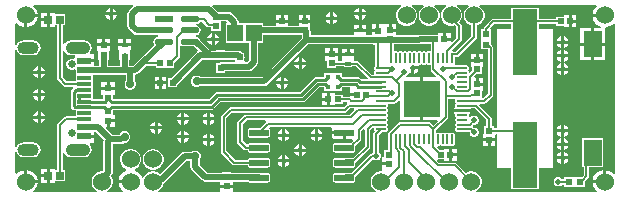
<source format=gbr>
%TF.GenerationSoftware,Altium Limited,Altium Designer,23.10.1 (27)*%
G04 Layer_Physical_Order=1*
G04 Layer_Color=255*
%FSLAX45Y45*%
%MOMM*%
%TF.SameCoordinates,D187A3F4-093A-4DDC-863C-0592D449728B*%
%TF.FilePolarity,Positive*%
%TF.FileFunction,Copper,L1,Top,Signal*%
%TF.Part,Single*%
G01*
G75*
%TA.AperFunction,SMDPad,CuDef*%
%ADD10R,0.47500X0.50000*%
%TA.AperFunction,ConnectorPad*%
%ADD11R,1.15000X0.30000*%
%ADD12R,1.15000X0.60000*%
%TA.AperFunction,SMDPad,CuDef*%
%ADD13R,0.60000X0.55000*%
%TA.AperFunction,ConnectorPad*%
%ADD14R,0.54000X0.58000*%
%TA.AperFunction,SMDPad,CuDef*%
%ADD15R,1.35443X1.45620*%
%TA.AperFunction,ConnectorPad*%
%ADD16R,0.47247X0.51535*%
%TA.AperFunction,SMDPad,CuDef*%
%ADD17R,0.47247X0.46818*%
%ADD18R,0.46818X0.47247*%
G04:AMPARAMS|DCode=19|XSize=1.55439mm|YSize=0.57213mm|CornerRadius=0.28606mm|HoleSize=0mm|Usage=FLASHONLY|Rotation=0.000|XOffset=0mm|YOffset=0mm|HoleType=Round|Shape=RoundedRectangle|*
%AMROUNDEDRECTD19*
21,1,1.55439,0.00000,0,0,0.0*
21,1,0.98226,0.57213,0,0,0.0*
1,1,0.57213,0.49113,0.00000*
1,1,0.57213,-0.49113,0.00000*
1,1,0.57213,-0.49113,0.00000*
1,1,0.57213,0.49113,0.00000*
%
%ADD19ROUNDEDRECTD19*%
%ADD20R,1.55439X0.57213*%
%ADD21R,0.50000X0.60000*%
%ADD22R,0.55000X0.55000*%
%ADD23R,0.66817X0.67248*%
%ADD24R,0.55000X0.55000*%
%ADD25R,0.54000X0.58000*%
G04:AMPARAMS|DCode=26|XSize=0.2mm|YSize=0.84mm|CornerRadius=0.025mm|HoleSize=0mm|Usage=FLASHONLY|Rotation=90.000|XOffset=0mm|YOffset=0mm|HoleType=Round|Shape=RoundedRectangle|*
%AMROUNDEDRECTD26*
21,1,0.20000,0.79000,0,0,90.0*
21,1,0.15000,0.84000,0,0,90.0*
1,1,0.05000,0.39500,0.07500*
1,1,0.05000,0.39500,-0.07500*
1,1,0.05000,-0.39500,-0.07500*
1,1,0.05000,-0.39500,0.07500*
%
%ADD26ROUNDEDRECTD26*%
G04:AMPARAMS|DCode=27|XSize=0.84mm|YSize=0.2mm|CornerRadius=0.025mm|HoleSize=0mm|Usage=FLASHONLY|Rotation=90.000|XOffset=0mm|YOffset=0mm|HoleType=Round|Shape=RoundedRectangle|*
%AMROUNDEDRECTD27*
21,1,0.84000,0.15000,0,0,90.0*
21,1,0.79000,0.20000,0,0,90.0*
1,1,0.05000,0.07500,0.39500*
1,1,0.05000,0.07500,-0.39500*
1,1,0.05000,-0.07500,-0.39500*
1,1,0.05000,-0.07500,0.39500*
%
%ADD27ROUNDEDRECTD27*%
%ADD28R,3.10000X3.10000*%
%TA.AperFunction,ConnectorPad*%
G04:AMPARAMS|DCode=29|XSize=1.61mm|YSize=0.58mm|CornerRadius=0.0725mm|HoleSize=0mm|Usage=FLASHONLY|Rotation=180.000|XOffset=0mm|YOffset=0mm|HoleType=Round|Shape=RoundedRectangle|*
%AMROUNDEDRECTD29*
21,1,1.61000,0.43500,0,0,180.0*
21,1,1.46500,0.58000,0,0,180.0*
1,1,0.14500,-0.73250,0.21750*
1,1,0.14500,0.73250,0.21750*
1,1,0.14500,0.73250,-0.21750*
1,1,0.14500,-0.73250,-0.21750*
%
%ADD29ROUNDEDRECTD29*%
%TA.AperFunction,SMDPad,CuDef*%
%ADD30R,0.60000X0.45000*%
%ADD31R,0.45000X0.45000*%
%ADD32R,0.58000X0.54000*%
%TA.AperFunction,ConnectorPad*%
%ADD33R,2.10000X5.60000*%
%TA.AperFunction,SMDPad,CuDef*%
%ADD34R,0.56000X0.52000*%
%ADD35R,0.52000X0.56000*%
%ADD36R,0.50000X0.40000*%
%TA.AperFunction,ConnectorPad*%
%ADD37R,1.60000X2.20000*%
%ADD38R,1.60000X2.18000*%
%TA.AperFunction,Conductor*%
%ADD39C,0.50800*%
%ADD40C,0.20320*%
%ADD41C,0.23971*%
%ADD42C,0.25400*%
%TA.AperFunction,ComponentPad*%
G04:AMPARAMS|DCode=43|XSize=1mm|YSize=1.8mm|CornerRadius=0.5mm|HoleSize=0mm|Usage=FLASHONLY|Rotation=270.000|XOffset=0mm|YOffset=0mm|HoleType=Round|Shape=RoundedRectangle|*
%AMROUNDEDRECTD43*
21,1,1.00000,0.80000,0,0,270.0*
21,1,0.00000,1.80000,0,0,270.0*
1,1,1.00000,-0.40000,0.00000*
1,1,1.00000,-0.40000,0.00000*
1,1,1.00000,0.40000,0.00000*
1,1,1.00000,0.40000,0.00000*
%
%ADD43ROUNDEDRECTD43*%
G04:AMPARAMS|DCode=44|XSize=1mm|YSize=2.1mm|CornerRadius=0.5mm|HoleSize=0mm|Usage=FLASHONLY|Rotation=270.000|XOffset=0mm|YOffset=0mm|HoleType=Round|Shape=RoundedRectangle|*
%AMROUNDEDRECTD44*
21,1,1.00000,1.10000,0,0,270.0*
21,1,0.00000,2.10000,0,0,270.0*
1,1,1.00000,-0.55000,0.00000*
1,1,1.00000,-0.55000,0.00000*
1,1,1.00000,0.55000,0.00000*
1,1,1.00000,0.55000,0.00000*
%
%ADD44ROUNDEDRECTD44*%
%ADD45C,0.65000*%
%TA.AperFunction,ViaPad*%
%ADD46C,1.52400*%
%ADD47C,0.50800*%
%ADD48C,0.71120*%
G36*
X3649884Y1574801D02*
X3641114Y1569738D01*
X3624562Y1553186D01*
X3612858Y1532914D01*
X3606800Y1510304D01*
Y1486896D01*
X3612858Y1464286D01*
X3624562Y1444014D01*
X3641114Y1427462D01*
X3661386Y1415758D01*
X3683996Y1409700D01*
X3707404D01*
X3723466Y1414004D01*
X3735892Y1401577D01*
Y1305054D01*
X3699233Y1268395D01*
X3687500Y1273256D01*
Y1282700D01*
X3633100D01*
Y1295400D01*
X3620400D01*
Y1347800D01*
X3578700D01*
Y1335100D01*
X3513400D01*
Y1334247D01*
X3426299D01*
X3417251Y1332447D01*
X3227400D01*
Y1359800D01*
X3175000D01*
Y1372500D01*
X3162300D01*
Y1426900D01*
X3122600D01*
Y1422900D01*
X3084500D01*
Y1368500D01*
X3071800D01*
Y1355800D01*
X3019400D01*
Y1332347D01*
X2971400D01*
Y1360800D01*
X2921000D01*
X2870600D01*
Y1332347D01*
X2504546D01*
Y1358653D01*
X2501589Y1373518D01*
X2494794Y1383689D01*
X2495360Y1385432D01*
X2500124Y1396389D01*
X2500124Y1396389D01*
X2500124Y1396390D01*
Y1434856D01*
X2451100D01*
Y1447556D01*
D01*
Y1434856D01*
X2402076D01*
Y1410690D01*
X2309624D01*
Y1434856D01*
X2260600D01*
X2211576D01*
Y1410690D01*
X2101110D01*
Y1431710D01*
X1894674D01*
Y1444010D01*
X1891717Y1458876D01*
X1883296Y1471479D01*
X1840506Y1514268D01*
X1827903Y1522689D01*
X1813038Y1525646D01*
X1741500D01*
Y1528500D01*
X1717037D01*
X1670736Y1574801D01*
X1672596Y1582879D01*
X1675615Y1587501D01*
X3265481D01*
X3268884Y1574801D01*
X3260114Y1569738D01*
X3243562Y1553186D01*
X3231858Y1532914D01*
X3225800Y1510304D01*
Y1486896D01*
X3231858Y1464286D01*
X3243562Y1444014D01*
X3260114Y1427462D01*
X3280386Y1415758D01*
X3302996Y1409700D01*
X3326404D01*
X3349014Y1415758D01*
X3369286Y1427462D01*
X3385838Y1444014D01*
X3397542Y1464286D01*
X3403600Y1486896D01*
Y1510304D01*
X3397542Y1532914D01*
X3385838Y1553186D01*
X3369286Y1569738D01*
X3360516Y1574801D01*
X3363919Y1587501D01*
X3455981D01*
X3459384Y1574801D01*
X3450614Y1569738D01*
X3434062Y1553186D01*
X3422358Y1532914D01*
X3416300Y1510304D01*
Y1486896D01*
X3422358Y1464286D01*
X3434062Y1444014D01*
X3450614Y1427462D01*
X3470886Y1415758D01*
X3493496Y1409700D01*
X3516904D01*
X3539514Y1415758D01*
X3559786Y1427462D01*
X3576338Y1444014D01*
X3588042Y1464286D01*
X3594100Y1486896D01*
Y1510304D01*
X3588042Y1532914D01*
X3576338Y1553186D01*
X3559786Y1569738D01*
X3551016Y1574801D01*
X3554419Y1587501D01*
X3646481D01*
X3649884Y1574801D01*
D02*
G37*
G36*
X4923617D02*
X4909800Y1560984D01*
X4896424Y1537816D01*
X4889500Y1511976D01*
Y1511300D01*
X4991100D01*
Y1485900D01*
X4889500D01*
Y1485224D01*
X4896424Y1459384D01*
X4909800Y1436216D01*
X4928716Y1417300D01*
X4951884Y1403924D01*
X4965221Y1400350D01*
X4963549Y1387650D01*
X4902200D01*
Y1265950D01*
X4994900D01*
Y1384300D01*
X4994900Y1387650D01*
X5002988Y1397000D01*
X5004476D01*
X5030316Y1403924D01*
X5053484Y1417300D01*
X5067301Y1431117D01*
X5080001Y1425856D01*
Y161644D01*
X5067301Y156383D01*
X5053484Y170200D01*
X5030316Y183576D01*
X5004476Y190500D01*
X5003800D01*
Y88900D01*
X4991100D01*
Y76200D01*
X4889500D01*
Y75524D01*
X4896424Y49684D01*
X4909800Y26516D01*
X4923616Y12700D01*
X4918355Y0D01*
X3910021D01*
X3906618Y12700D01*
X3915386Y17762D01*
X3931938Y34314D01*
X3943642Y54586D01*
X3949700Y77196D01*
Y100604D01*
X3943642Y123214D01*
X3931938Y143486D01*
X3915386Y160038D01*
X3895114Y171742D01*
X3872504Y177800D01*
X3849096D01*
X3826486Y171742D01*
X3816618Y166044D01*
X3737581Y245081D01*
X3730019Y250134D01*
X3721100Y251908D01*
X3591054D01*
X3576895Y266067D01*
X3581756Y277800D01*
X3629500D01*
Y265100D01*
X3671200D01*
Y317500D01*
Y369900D01*
X3629500D01*
Y357200D01*
X3599162D01*
X3574765Y381598D01*
X3580025Y394298D01*
X3589200D01*
X3590579Y394869D01*
X3601700Y398809D01*
X3612821Y394869D01*
X3614200Y394298D01*
X3629200D01*
X3630579Y394869D01*
X3641700Y398809D01*
X3652820Y394869D01*
X3654200Y394298D01*
X3669200D01*
X3670579Y394869D01*
X3681700Y398809D01*
X3692821Y394869D01*
X3694200Y394298D01*
X3709200D01*
X3720834Y399117D01*
X3725652Y410750D01*
Y489750D01*
X3720834Y501384D01*
X3709200Y506202D01*
X3694200D01*
X3692821Y505631D01*
X3681700Y501691D01*
X3670579Y505631D01*
X3669200Y506202D01*
X3654200D01*
X3652820Y505631D01*
X3641700Y501691D01*
X3630579Y505631D01*
X3629200Y506202D01*
X3614200D01*
X3612821Y505631D01*
X3601700Y501691D01*
X3590579Y505631D01*
X3589200Y506202D01*
X3574200D01*
X3567686Y510555D01*
X3566811Y523949D01*
X3661381Y618519D01*
X3666434Y626081D01*
X3668208Y635000D01*
Y790282D01*
X3723213D01*
X3729248Y781250D01*
Y766250D01*
X3734066Y754617D01*
X3734066Y752883D01*
X3729248Y741250D01*
Y726250D01*
X3730039Y724340D01*
X3725585Y721365D01*
X3719419Y712136D01*
X3718288Y706450D01*
X3785200D01*
X3857414D01*
X3860691Y710442D01*
X3892096D01*
X3989892Y612645D01*
Y562300D01*
X3974500D01*
Y497000D01*
X3961800D01*
Y456300D01*
X4064600D01*
Y486585D01*
X4077300Y493338D01*
X4083000Y489493D01*
Y203200D01*
X4200300D01*
Y26050D01*
X4435700D01*
Y203200D01*
X4553000D01*
Y1384300D01*
X4435700D01*
Y1424492D01*
X4581200D01*
Y1409100D01*
X4646500D01*
Y1396400D01*
X4687200D01*
Y1447800D01*
Y1499200D01*
X4646500D01*
Y1486500D01*
X4581200D01*
Y1471108D01*
X4435700D01*
Y1561450D01*
X4200300D01*
Y1470668D01*
X4050860D01*
X4041940Y1468893D01*
X4034379Y1463841D01*
X3973496Y1402958D01*
X3968443Y1395396D01*
X3966669Y1386477D01*
Y1380600D01*
X3947600D01*
Y1300201D01*
X3947600D01*
Y1290599D01*
X3947600D01*
Y1210200D01*
X4002592D01*
Y835154D01*
X3964496Y797058D01*
X3951300D01*
Y860900D01*
X3964000D01*
Y902600D01*
X3911600D01*
Y915300D01*
X3898900D01*
Y969700D01*
X3892356D01*
X3887495Y981433D01*
X3904862Y998800D01*
X3951300D01*
Y1064100D01*
X3964000D01*
Y1105800D01*
X3911600D01*
X3859200D01*
Y1064100D01*
X3871900D01*
Y1031762D01*
X3853852Y1013715D01*
X3841152Y1018975D01*
Y1021250D01*
X3836334Y1032883D01*
X3836333Y1034617D01*
X3841152Y1046250D01*
Y1061250D01*
X3836333Y1072884D01*
X3824700Y1077702D01*
X3745700D01*
X3744144Y1077058D01*
X3728368D01*
X3722342Y1089758D01*
X3725652Y1097750D01*
Y1145092D01*
X3738773D01*
X3747693Y1146866D01*
X3755254Y1151919D01*
X3902681Y1299346D01*
X3907734Y1306907D01*
X3909508Y1315827D01*
Y1412809D01*
X3920514Y1415758D01*
X3940786Y1427462D01*
X3957338Y1444014D01*
X3969042Y1464286D01*
X3975100Y1486896D01*
Y1510304D01*
X3969042Y1532914D01*
X3957338Y1553186D01*
X3940786Y1569738D01*
X3932016Y1574801D01*
X3935419Y1587501D01*
X4918356D01*
X4923617Y1574801D01*
D02*
G37*
G36*
X4200300Y1384300D02*
X4083000D01*
Y545808D01*
X4051900D01*
Y562300D01*
X4036508D01*
Y622300D01*
X4034734Y631219D01*
X4029681Y638781D01*
X3930720Y737742D01*
X3935980Y750442D01*
X3974150D01*
X3983070Y752216D01*
X3990631Y757269D01*
X4042381Y809019D01*
X4047434Y816581D01*
X4049208Y825500D01*
Y1220760D01*
X4047434Y1229680D01*
X4042381Y1237241D01*
X4028000Y1251622D01*
Y1290599D01*
X4028000D01*
Y1300201D01*
X4028000D01*
Y1380599D01*
X4028000D01*
X4024796Y1388334D01*
X4060514Y1424052D01*
X4200300D01*
Y1384300D01*
D02*
G37*
G36*
X1792123Y1444410D02*
X1785607Y1431710D01*
X1785090D01*
Y1260690D01*
X1981842D01*
Y1122379D01*
X1962995Y1103532D01*
X1951756D01*
X1941324Y1109006D01*
Y1132431D01*
X1943847Y1145115D01*
X1941324Y1157798D01*
Y1181223D01*
X1923829D01*
X1917683Y1187368D01*
X1905081Y1195789D01*
X1890215Y1198746D01*
X1778400D01*
Y1202600D01*
X1703000D01*
Y1198746D01*
X1663533D01*
X1569674Y1292605D01*
X1569652Y1292717D01*
X1560522Y1306380D01*
X1546859Y1315510D01*
X1536222Y1317626D01*
Y1330574D01*
X1546859Y1332690D01*
X1560522Y1341820D01*
X1569652Y1355483D01*
X1572858Y1371600D01*
X1569652Y1387717D01*
X1560522Y1401380D01*
X1546859Y1410510D01*
X1536222Y1412626D01*
Y1425574D01*
X1546859Y1427690D01*
X1560522Y1436820D01*
X1564847Y1443292D01*
X1587238D01*
X1627839Y1402691D01*
X1635401Y1397639D01*
X1644320Y1395864D01*
X1662100D01*
Y1367100D01*
X1741500D01*
Y1447953D01*
X1789579D01*
X1792123Y1444410D01*
D02*
G37*
G36*
X3840384Y1574801D02*
X3831614Y1569738D01*
X3815062Y1553186D01*
X3803358Y1532914D01*
X3797300Y1510304D01*
Y1486896D01*
X3803358Y1464286D01*
X3815062Y1444014D01*
X3831614Y1427462D01*
X3851886Y1415758D01*
X3862892Y1412809D01*
Y1325481D01*
X3729119Y1191708D01*
X3712808D01*
X3709200Y1193202D01*
X3707925D01*
X3702664Y1205902D01*
X3775681Y1278919D01*
X3780734Y1286481D01*
X3782508Y1295400D01*
Y1411232D01*
X3780734Y1420152D01*
X3775681Y1427713D01*
X3763109Y1440285D01*
X3766838Y1444014D01*
X3778542Y1464286D01*
X3784600Y1486896D01*
Y1510304D01*
X3778542Y1532914D01*
X3766838Y1553186D01*
X3750286Y1569738D01*
X3741516Y1574801D01*
X3744919Y1587501D01*
X3836981D01*
X3840384Y1574801D01*
D02*
G37*
G36*
X3513400Y1255700D02*
X3519092D01*
Y1199812D01*
X3509200Y1193202D01*
X3494200D01*
X3492821Y1192631D01*
X3481700Y1188691D01*
X3470579Y1192631D01*
X3469200Y1193202D01*
X3454200D01*
X3452821Y1192631D01*
X3441700Y1188691D01*
X3430579Y1192631D01*
X3429200Y1193202D01*
X3414200D01*
X3412821Y1192631D01*
X3401700Y1188691D01*
X3390579Y1192631D01*
X3389200Y1193202D01*
X3374200D01*
X3372821Y1192631D01*
X3361700Y1188691D01*
X3350580Y1192631D01*
X3349200Y1193202D01*
X3334200D01*
X3332821Y1192631D01*
X3321700Y1188691D01*
X3310579Y1192631D01*
X3309200Y1193202D01*
X3294200D01*
X3292821Y1192631D01*
X3281700Y1188691D01*
X3270579Y1192631D01*
X3269200Y1193202D01*
X3254200D01*
X3252821Y1192631D01*
X3241700Y1188691D01*
X3230580Y1192631D01*
X3229200Y1193202D01*
X3214200D01*
X3205008Y1199344D01*
Y1252800D01*
X3214700D01*
Y1254754D01*
X3424500D01*
X3433548Y1256553D01*
X3513400D01*
Y1255700D01*
D02*
G37*
G36*
X423774Y1189707D02*
X429896Y1180546D01*
X450635Y1166688D01*
X475100Y1161822D01*
X504700D01*
Y1132914D01*
X494140Y1125858D01*
X489091Y1127950D01*
X471109D01*
X454496Y1121069D01*
X441781Y1108354D01*
X434900Y1091741D01*
Y1073759D01*
X441781Y1057146D01*
X454496Y1044431D01*
X471109Y1037550D01*
X489091D01*
X504700Y1044015D01*
X517400Y1039534D01*
Y942058D01*
X437104D01*
X404308Y974854D01*
Y1190361D01*
X406751Y1192324D01*
X423774Y1189707D01*
D02*
G37*
G36*
X997304Y1582879D02*
X999164Y1574801D01*
X963131Y1538769D01*
X954711Y1526166D01*
X951753Y1511300D01*
Y1409700D01*
X954711Y1394834D01*
X963131Y1382231D01*
X1001231Y1344131D01*
X1013834Y1335711D01*
X1028700Y1332753D01*
X1196246D01*
X1196341Y1332690D01*
X1206978Y1330574D01*
Y1317626D01*
X1196341Y1315510D01*
X1182678Y1306380D01*
X1173548Y1292717D01*
X1170342Y1276600D01*
X1173548Y1260483D01*
X1180345Y1250311D01*
X1049702Y1119669D01*
X1002630Y1072597D01*
X965947D01*
Y1120463D01*
X969800D01*
Y1190062D01*
X969800Y1190862D01*
X971731Y1202763D01*
X982500D01*
Y1237962D01*
X927100D01*
X871700D01*
Y1202763D01*
X882469D01*
X884400Y1190862D01*
X884400Y1190062D01*
Y1120463D01*
X888253D01*
Y1072597D01*
X788147D01*
Y1123800D01*
X792000D01*
Y1196100D01*
X804700D01*
Y1236300D01*
X749300D01*
X693900D01*
Y1196100D01*
X706600D01*
Y1123800D01*
X710453D01*
Y1072597D01*
X670500D01*
Y1101050D01*
X587600D01*
Y1126450D01*
X670500D01*
Y1169150D01*
X634369D01*
X631176Y1181850D01*
X644162Y1201286D01*
X649028Y1225750D01*
X644162Y1250214D01*
X630304Y1270954D01*
X609564Y1284812D01*
X585100Y1289678D01*
X475100D01*
X450635Y1284812D01*
X429896Y1270954D01*
X423774Y1261793D01*
X406751Y1259176D01*
X404308Y1261138D01*
Y1414176D01*
X426523D01*
Y1506824D01*
X338794D01*
Y1519524D01*
X292685D01*
Y1460500D01*
Y1401476D01*
X338794D01*
Y1414176D01*
X357692D01*
Y965200D01*
X359466Y956281D01*
X364519Y948719D01*
X410969Y902269D01*
X418531Y897216D01*
X427450Y895442D01*
X486844D01*
X491548Y882742D01*
X477503Y868697D01*
X472047Y860531D01*
X470131Y850900D01*
Y732792D01*
X472047Y723160D01*
X477503Y714995D01*
X491545Y700953D01*
X499710Y695497D01*
X509342Y693581D01*
X517400D01*
Y642058D01*
X428250D01*
X419331Y640284D01*
X411769Y635231D01*
X363934Y587396D01*
X358881Y579834D01*
X357107Y570915D01*
Y186024D01*
X338794D01*
Y198724D01*
X292685D01*
Y139700D01*
Y80676D01*
X338794D01*
Y93376D01*
X426523D01*
Y186024D01*
X403723D01*
Y332624D01*
X415475Y336884D01*
X416423Y336710D01*
X429896Y316546D01*
X450635Y302688D01*
X475100Y297822D01*
X585100D01*
X609564Y302688D01*
X630304Y316546D01*
X644162Y337286D01*
X649028Y361750D01*
X644162Y386214D01*
X631176Y405650D01*
X634369Y418350D01*
X670500D01*
Y461050D01*
X587600D01*
Y486450D01*
X670500D01*
Y510304D01*
X686617D01*
X751303Y445618D01*
X748554Y431799D01*
X749095Y429078D01*
X748554Y426357D01*
Y183284D01*
X743070Y177800D01*
X724896D01*
X702286Y171742D01*
X682014Y160038D01*
X665462Y143486D01*
X653758Y123214D01*
X647700Y100604D01*
Y77196D01*
X653758Y54586D01*
X665462Y34314D01*
X682014Y17762D01*
X690782Y12700D01*
X687379Y0D01*
X161645D01*
X156384Y12700D01*
X170200Y26516D01*
X183576Y49684D01*
X190500Y75524D01*
Y76200D01*
X88900D01*
Y88900D01*
X76200D01*
Y190500D01*
X75524D01*
X49684Y183576D01*
X26516Y170200D01*
X12700Y156384D01*
X0Y161645D01*
Y337734D01*
X12700Y338985D01*
X13038Y337286D01*
X26896Y316546D01*
X47636Y302688D01*
X72100Y297822D01*
X152100D01*
X176564Y302688D01*
X197304Y316546D01*
X211162Y337286D01*
X216028Y361750D01*
X211162Y386214D01*
X197304Y406954D01*
X176564Y420812D01*
X152100Y425678D01*
X72100D01*
X47636Y420812D01*
X26896Y406954D01*
X13038Y386214D01*
X12700Y384515D01*
X0Y385766D01*
Y1201734D01*
X12700Y1202985D01*
X13038Y1201286D01*
X26896Y1180546D01*
X47636Y1166688D01*
X72100Y1161822D01*
X152100D01*
X176564Y1166688D01*
X197304Y1180546D01*
X211162Y1201286D01*
X216028Y1225750D01*
X211162Y1250214D01*
X197304Y1270954D01*
X176564Y1284812D01*
X152100Y1289678D01*
X72100D01*
X47636Y1284812D01*
X26896Y1270954D01*
X13038Y1250214D01*
X12700Y1248515D01*
X0Y1249766D01*
Y1425855D01*
X12700Y1431116D01*
X26516Y1417300D01*
X49684Y1403924D01*
X75524Y1397000D01*
X76200D01*
Y1498600D01*
X88900D01*
Y1511300D01*
X190500D01*
Y1511976D01*
X183576Y1537816D01*
X170200Y1560984D01*
X156383Y1574801D01*
X161644Y1587501D01*
X994285D01*
X997304Y1582879D01*
D02*
G37*
G36*
X2426853Y1309591D02*
X2095909Y978647D01*
X1566103D01*
X1564037Y980713D01*
X1546299Y988060D01*
X1527101D01*
X1509363Y980713D01*
X1495787Y967137D01*
X1488440Y949399D01*
Y930201D01*
X1495787Y912463D01*
X1509363Y898887D01*
X1527101Y891540D01*
X1546299D01*
X1564037Y898887D01*
X1566103Y900953D01*
X2112000D01*
X2126866Y903911D01*
X2139468Y912331D01*
X2481791Y1254654D01*
X3032100D01*
Y1248800D01*
X3049992D01*
Y1074095D01*
X3047067Y1072884D01*
X3042248Y1061250D01*
Y1046250D01*
X3047066Y1034617D01*
X3047067Y1032883D01*
X3042248Y1021250D01*
Y1006250D01*
X3036105Y997058D01*
X3023705D01*
X2913981Y1106781D01*
X2906420Y1111834D01*
X2897500Y1113608D01*
X2873199D01*
X2869800Y1124900D01*
X2869800Y1126308D01*
Y1157600D01*
X2819400D01*
X2769000D01*
Y1126308D01*
X2769000Y1124900D01*
X2765601Y1113608D01*
X2744265D01*
X2732100Y1114900D01*
Y1156600D01*
X2679700D01*
X2627300D01*
Y1114900D01*
X2640000D01*
Y1049600D01*
X2719400D01*
Y1066992D01*
X2781700D01*
Y1057600D01*
X2857100D01*
Y1066992D01*
X2887846D01*
X2984884Y969954D01*
X2979623Y957254D01*
X2932429D01*
X2920101Y969582D01*
X2911936Y975038D01*
X2902304Y976954D01*
X2767600D01*
Y1013100D01*
X2697201D01*
Y1013100D01*
X2687599D01*
Y1013100D01*
X2617200D01*
Y976954D01*
X2548903D01*
X2539271Y975038D01*
X2531106Y969582D01*
X2410763Y849240D01*
X1713071D01*
X1703439Y847324D01*
X1695274Y841868D01*
X1639860Y786454D01*
X830100D01*
Y827800D01*
X842800D01*
Y868000D01*
X787400D01*
X732000D01*
Y827800D01*
X744700D01*
Y793919D01*
X657800D01*
Y891050D01*
Y994904D01*
X936513D01*
Y946904D01*
X934447Y944838D01*
X927100Y927100D01*
Y907901D01*
X934447Y890164D01*
X948023Y876588D01*
X965761Y869241D01*
X984959D01*
X1002697Y876588D01*
X1016273Y890164D01*
X1023620Y907901D01*
Y927100D01*
X1016273Y944838D01*
X1014207Y946904D01*
Y994904D01*
X1018721D01*
X1033587Y997861D01*
X1046189Y1006281D01*
X1108800Y1068892D01*
X1193677D01*
Y1055876D01*
X1265893D01*
Y1055876D01*
X1274107D01*
Y1055876D01*
X1346323D01*
Y1095561D01*
X1390942Y1140180D01*
X1395994Y1147741D01*
X1397769Y1156661D01*
Y1234864D01*
X1410469Y1241653D01*
X1416399Y1237690D01*
X1432516Y1234484D01*
X1517921D01*
X1545853Y1206552D01*
X1543956Y1190488D01*
X1539286Y1187368D01*
X1316718Y964800D01*
X1297505D01*
Y939148D01*
X1295108Y927100D01*
X1297505Y915052D01*
Y889400D01*
X1328191D01*
X1333955Y888253D01*
X1339719Y889400D01*
X1370405D01*
Y908613D01*
X1582845Y1121053D01*
X1703000D01*
Y1117200D01*
X1778400D01*
Y1121053D01*
X1859696D01*
X1861281Y1119468D01*
X1858908Y1103880D01*
X1858244Y1103532D01*
X1751285D01*
X1736419Y1100575D01*
X1724485Y1092600D01*
X1703000D01*
Y1059864D01*
X1701854Y1054100D01*
Y1049900D01*
X1703000Y1044136D01*
Y1007200D01*
X1778400D01*
Y1025839D01*
X1979085D01*
X1993951Y1028796D01*
X2006554Y1037217D01*
X2048157Y1078820D01*
X2056578Y1091423D01*
X2059535Y1106289D01*
Y1260690D01*
X2101110D01*
Y1332997D01*
X2426853D01*
Y1309591D01*
D02*
G37*
G36*
X3452821Y1081869D02*
X3454200Y1081298D01*
X3469200D01*
X3470579Y1081869D01*
X3481700Y1085809D01*
X3492821Y1081869D01*
X3494200Y1081298D01*
X3509200D01*
X3518552Y1075048D01*
Y1042840D01*
X3520326Y1033920D01*
X3525379Y1026359D01*
X3565854Y985883D01*
X3560994Y974150D01*
X3454400D01*
Y793750D01*
Y613350D01*
X3573694D01*
X3578554Y601617D01*
X3541700Y564762D01*
X3518481Y587981D01*
X3510920Y593034D01*
X3502000Y594808D01*
X3260085D01*
X3251166Y593034D01*
X3243604Y587981D01*
X3165219Y509596D01*
X3160166Y502034D01*
X3158392Y493115D01*
Y491306D01*
X3157748Y489750D01*
Y410750D01*
X3158392Y409194D01*
Y360100D01*
X3122600D01*
Y294800D01*
X3109900D01*
Y253100D01*
X3162300D01*
Y227700D01*
X3109900D01*
Y186000D01*
X3100597Y177800D01*
X3087096D01*
X3064486Y171742D01*
X3044214Y160038D01*
X3027662Y143486D01*
X3015958Y123214D01*
X3009900Y100604D01*
Y77196D01*
X3015958Y54586D01*
X3027662Y34314D01*
X3044214Y17762D01*
X3052982Y12700D01*
X3049579Y0D01*
X1843100D01*
Y37200D01*
X1738300D01*
Y0D01*
X1217621D01*
X1214218Y12700D01*
X1222986Y17762D01*
X1239538Y34314D01*
X1251242Y54586D01*
X1256579Y74504D01*
X1266109Y80872D01*
X1451191Y265953D01*
X1485153D01*
Y215900D01*
X1488111Y201034D01*
X1496531Y188431D01*
X1584532Y100431D01*
X1597134Y92010D01*
X1612000Y89053D01*
X1738300D01*
Y62600D01*
X1843100D01*
Y89053D01*
X1958344D01*
X1959992Y88726D01*
X1976974D01*
X1977567Y87839D01*
X1984166Y83430D01*
X1991950Y81881D01*
X2138450D01*
X2146234Y83430D01*
X2152833Y87839D01*
X2157243Y94438D01*
X2158791Y102222D01*
Y145722D01*
X2157243Y153506D01*
X2152833Y160106D01*
X2146234Y164515D01*
X2138450Y166063D01*
X2063388D01*
X2061600Y166419D01*
X1961311D01*
X1959664Y166746D01*
X1830400D01*
Y169600D01*
X1751000D01*
Y166746D01*
X1628091D01*
X1562847Y231991D01*
Y275397D01*
X1564913Y277463D01*
X1572260Y295201D01*
Y314399D01*
X1564913Y332137D01*
X1551337Y345713D01*
X1533599Y353060D01*
X1514401D01*
X1496663Y345713D01*
X1494597Y343647D01*
X1435100D01*
X1420234Y340689D01*
X1407631Y332269D01*
X1229193Y153831D01*
X1222986Y160038D01*
X1202714Y171742D01*
X1180104Y177800D01*
X1156696D01*
X1134086Y171742D01*
X1113814Y160038D01*
X1097262Y143486D01*
X1086569Y124964D01*
X1080527Y124334D01*
X1073150Y125975D01*
X1072576Y128116D01*
X1059200Y151284D01*
X1040284Y170200D01*
X1017116Y183576D01*
X1014975Y184150D01*
X1013334Y191527D01*
X1013964Y197569D01*
X1032486Y208262D01*
X1049038Y224814D01*
X1060742Y245086D01*
X1066800Y267696D01*
Y291104D01*
X1060742Y313714D01*
X1049038Y333986D01*
X1032486Y350538D01*
X1012214Y362242D01*
X989604Y368300D01*
X966196D01*
X943586Y362242D01*
X923314Y350538D01*
X906762Y333986D01*
X895058Y313714D01*
X889000Y291104D01*
Y267696D01*
X895058Y245086D01*
X906762Y224814D01*
X923314Y208262D01*
X941836Y197569D01*
X942466Y191527D01*
X940825Y184150D01*
X938684Y183576D01*
X915516Y170200D01*
X896600Y151284D01*
X883224Y128116D01*
X876300Y102276D01*
Y101600D01*
X977900D01*
Y76200D01*
X876300D01*
Y75524D01*
X883224Y49684D01*
X896600Y26516D01*
X910416Y12700D01*
X905155Y0D01*
X785821D01*
X782418Y12700D01*
X791186Y17762D01*
X807738Y34314D01*
X819442Y54586D01*
X825500Y77196D01*
Y100604D01*
X819442Y123214D01*
X811725Y136580D01*
X814869Y139724D01*
X823290Y152327D01*
X826247Y167193D01*
Y409282D01*
X899830D01*
X914696Y412239D01*
X927298Y420660D01*
X928279Y421640D01*
X936699D01*
X954437Y428987D01*
X968013Y442563D01*
X975360Y460301D01*
Y479499D01*
X968013Y497237D01*
X954437Y510813D01*
X936699Y518160D01*
X917501D01*
X899763Y510813D01*
X886187Y497237D01*
X881937Y486975D01*
X819820D01*
X766228Y540567D01*
X771088Y552300D01*
X774700D01*
Y605200D01*
X787400D01*
Y617900D01*
X842800D01*
Y658100D01*
X830100D01*
Y699446D01*
X1665475D01*
X1675106Y701362D01*
X1683272Y706817D01*
X1738685Y762231D01*
X2436378D01*
X2446010Y764147D01*
X2454175Y769603D01*
X2574518Y889946D01*
X2617200D01*
Y853800D01*
X2687599D01*
Y853800D01*
X2697201D01*
Y853800D01*
X2767600D01*
Y889946D01*
X2838720D01*
X2840300Y877900D01*
X2840300D01*
Y838200D01*
X2894700D01*
Y812800D01*
X2838374D01*
X2835824Y810708D01*
X2773100D01*
Y827100D01*
X2707800D01*
Y839800D01*
X2666100D01*
Y787400D01*
Y735000D01*
X2707800D01*
Y747700D01*
X2773100D01*
Y764092D01*
X2810654D01*
X2814506Y751392D01*
X2812769Y750231D01*
X2784346Y721808D01*
X1828800D01*
X1819880Y720034D01*
X1812319Y714981D01*
X1748819Y651481D01*
X1743766Y643919D01*
X1741992Y635000D01*
Y342900D01*
X1743766Y333981D01*
X1748819Y326419D01*
X1840747Y234491D01*
X1848308Y229439D01*
X1857228Y227665D01*
X1971919D01*
X1973158Y221438D01*
X1977567Y214839D01*
X1984166Y210430D01*
X1991950Y208881D01*
X2138450D01*
X2146234Y210430D01*
X2152833Y214839D01*
X2157243Y221438D01*
X2158791Y229222D01*
Y272722D01*
X2157243Y280506D01*
X2152833Y287106D01*
X2146234Y291515D01*
X2138450Y293063D01*
X1991950D01*
X1984166Y291515D01*
X1977567Y287106D01*
X1973158Y280506D01*
X1971919Y274280D01*
X1866882D01*
X1788608Y352554D01*
Y625346D01*
X1838455Y675192D01*
X2794000D01*
X2802919Y676966D01*
X2810481Y682019D01*
X2838905Y710442D01*
X2867695D01*
X2872956Y697742D01*
X2833521Y658308D01*
X1955800D01*
X1946881Y656534D01*
X1939319Y651481D01*
X1888519Y600681D01*
X1883466Y593119D01*
X1881692Y584200D01*
Y429533D01*
X1883466Y420613D01*
X1888519Y413051D01*
X1940079Y361491D01*
X1947641Y356439D01*
X1956560Y354665D01*
X1971919D01*
X1973158Y348438D01*
X1977567Y341839D01*
X1984166Y337430D01*
X1991950Y335881D01*
X2138450D01*
X2146234Y337430D01*
X2152833Y341839D01*
X2157243Y348438D01*
X2158791Y356222D01*
Y399722D01*
X2157243Y407506D01*
X2152833Y414106D01*
X2146234Y418515D01*
X2138450Y420063D01*
X1991950D01*
X1984166Y418515D01*
X1977567Y414106D01*
X1975077Y410379D01*
X1964186Y407379D01*
X1960172Y407323D01*
X1928308Y439187D01*
Y574546D01*
X1965454Y611692D01*
X2118540D01*
X2120624Y609162D01*
X2122219Y594953D01*
X2074329Y547063D01*
X1991950D01*
X1984166Y545515D01*
X1977567Y541106D01*
X1973158Y534506D01*
X1971609Y526722D01*
Y483222D01*
X1973158Y475438D01*
X1977567Y468839D01*
X1984166Y464430D01*
X1991950Y462881D01*
X2138450D01*
X2146234Y464430D01*
X2152833Y468839D01*
X2157243Y475438D01*
X2158791Y483222D01*
Y526722D01*
X2157243Y534506D01*
X2152833Y541106D01*
X2152487Y541337D01*
X2151797Y543647D01*
X2158098Y555164D01*
X2677412D01*
X2684201Y542464D01*
X2682194Y539462D01*
X2679660Y526722D01*
Y517672D01*
X2786200D01*
Y504972D01*
X2798900D01*
Y449933D01*
X2854690D01*
X2860304Y437587D01*
X2842781Y420063D01*
X2712950D01*
X2705166Y418515D01*
X2698567Y414106D01*
X2694157Y407506D01*
X2692609Y399722D01*
Y356222D01*
X2694157Y348438D01*
X2698567Y341839D01*
X2705166Y337430D01*
X2712950Y335881D01*
X2859450D01*
X2867234Y337430D01*
X2873833Y341839D01*
X2878242Y348438D01*
X2879791Y356222D01*
Y391149D01*
X2926259Y437617D01*
X2931312Y445179D01*
X2933086Y454098D01*
Y516404D01*
X2948492Y531810D01*
X2961192Y526549D01*
Y390654D01*
X2863658Y293120D01*
X2805040D01*
X2804754Y293063D01*
X2712950D01*
X2705166Y291515D01*
X2698567Y287106D01*
X2694157Y280506D01*
X2692609Y272722D01*
Y229222D01*
X2694157Y221438D01*
X2698567Y214839D01*
X2705166Y210430D01*
X2712950Y208881D01*
X2859450D01*
X2867234Y210430D01*
X2873833Y214839D01*
X2878242Y221438D01*
X2879791Y229222D01*
Y247793D01*
X2882232Y248279D01*
X2889793Y253331D01*
X3000981Y364519D01*
X3006034Y372081D01*
X3007808Y381000D01*
Y523746D01*
X3030756Y546694D01*
X3039528Y542538D01*
X3042248Y540225D01*
Y526250D01*
X3046785Y515297D01*
X3038293Y506805D01*
X3033241Y499244D01*
X3031467Y490324D01*
Y335100D01*
X3025444Y329078D01*
X3024929Y327834D01*
X3022327D01*
X3013407Y326060D01*
X3005846Y321008D01*
X2850958Y166120D01*
X2805040D01*
X2804754Y166063D01*
X2712950D01*
X2705166Y164515D01*
X2698567Y160106D01*
X2694157Y153506D01*
X2692609Y145722D01*
Y102222D01*
X2694157Y94438D01*
X2698567Y87839D01*
X2705166Y83430D01*
X2712950Y81881D01*
X2859450D01*
X2867234Y83430D01*
X2873833Y87839D01*
X2878242Y94438D01*
X2879791Y102222D01*
Y129029D01*
X3031060Y280298D01*
X3036162Y275196D01*
X3050165Y269396D01*
X3065322D01*
X3079326Y275196D01*
X3090043Y285914D01*
X3095844Y299917D01*
Y315075D01*
X3090043Y329078D01*
X3079326Y339796D01*
X3078082Y340311D01*
Y480670D01*
X3107210Y509798D01*
X3137700D01*
X3149334Y514616D01*
X3154152Y526250D01*
Y541250D01*
X3149334Y552883D01*
X3149334Y554617D01*
X3154152Y566250D01*
Y581250D01*
X3153581Y582630D01*
X3149641Y593750D01*
X3153581Y604871D01*
X3154152Y606250D01*
Y621250D01*
X3149334Y632883D01*
X3149334Y634617D01*
X3154152Y646250D01*
Y661250D01*
X3149334Y672883D01*
X3149334Y674617D01*
X3154152Y686250D01*
Y701250D01*
X3153581Y702630D01*
X3149641Y713750D01*
X3153581Y724871D01*
X3154152Y726250D01*
Y741250D01*
X3160401Y750602D01*
X3212310D01*
X3221230Y752376D01*
X3228791Y757429D01*
X3249567Y778205D01*
X3261300Y773344D01*
Y613350D01*
X3429000D01*
Y793750D01*
Y974150D01*
X3318486D01*
X3314031Y986850D01*
X3321600Y994418D01*
X3325635Y1004162D01*
X3333441Y1008999D01*
X3340100Y1009636D01*
X3352800Y1004375D01*
Y1054100D01*
X3365500D01*
Y1066800D01*
X3415225D01*
X3414480Y1068597D01*
X3422966Y1081298D01*
X3429200D01*
X3430579Y1081869D01*
X3441700Y1085809D01*
X3452821Y1081869D01*
D02*
G37*
%LPC*%
G36*
X2933700Y1561025D02*
Y1524000D01*
X2970725D01*
X2964066Y1540076D01*
X2949776Y1554366D01*
X2933700Y1561025D01*
D02*
G37*
G36*
X2908300D02*
X2892224Y1554366D01*
X2877934Y1540076D01*
X2871275Y1524000D01*
X2908300D01*
Y1561025D01*
D02*
G37*
G36*
X2692400Y1522925D02*
Y1485900D01*
X2729425D01*
X2722766Y1501976D01*
X2708476Y1516266D01*
X2692400Y1522925D01*
D02*
G37*
G36*
X2667000D02*
X2650924Y1516266D01*
X2636634Y1501976D01*
X2629975Y1485900D01*
X2667000D01*
Y1522925D01*
D02*
G37*
G36*
X2970725Y1498600D02*
X2933700D01*
Y1461575D01*
X2949776Y1468234D01*
X2964066Y1482524D01*
X2970725Y1498600D01*
D02*
G37*
G36*
X2908300D02*
X2871275D01*
X2877934Y1482524D01*
X2892224Y1468234D01*
X2908300Y1461575D01*
Y1498600D01*
D02*
G37*
G36*
X2500124Y1498724D02*
X2463800D01*
Y1460256D01*
X2500124D01*
Y1498724D01*
D02*
G37*
G36*
X2309624D02*
X2273300D01*
Y1460256D01*
X2309624D01*
Y1498724D01*
D02*
G37*
G36*
X2438400D02*
X2402076D01*
Y1460256D01*
X2438400D01*
Y1498724D01*
D02*
G37*
G36*
X2247900D02*
X2211576D01*
Y1460256D01*
X2247900D01*
Y1498724D01*
D02*
G37*
G36*
X2729425Y1460500D02*
X2692400D01*
Y1423475D01*
X2708476Y1430134D01*
X2722766Y1444424D01*
X2729425Y1460500D01*
D02*
G37*
G36*
X2667000D02*
X2629975D01*
X2636634Y1444424D01*
X2650924Y1430134D01*
X2667000Y1423475D01*
Y1460500D01*
D02*
G37*
G36*
X2971400Y1418900D02*
X2933700D01*
Y1386200D01*
X2971400D01*
Y1418900D01*
D02*
G37*
G36*
X2908300D02*
X2870600D01*
Y1386200D01*
X2908300D01*
Y1418900D01*
D02*
G37*
G36*
X3227400Y1426900D02*
X3187700D01*
Y1385200D01*
X3227400D01*
Y1426900D01*
D02*
G37*
G36*
X3059100Y1422900D02*
X3019400D01*
Y1381200D01*
X3059100D01*
Y1422900D01*
D02*
G37*
G36*
X3687500Y1347800D02*
X3645800D01*
Y1308100D01*
X3687500D01*
Y1347800D01*
D02*
G37*
G36*
X4753300Y1499200D02*
X4712600D01*
Y1460500D01*
X4753300D01*
Y1499200D01*
D02*
G37*
G36*
Y1435100D02*
X4712600D01*
Y1396400D01*
X4753300D01*
Y1435100D01*
D02*
G37*
G36*
X4648200Y1319725D02*
Y1282700D01*
X4685225D01*
X4678566Y1298776D01*
X4664276Y1313066D01*
X4648200Y1319725D01*
D02*
G37*
G36*
X4622800D02*
X4606724Y1313066D01*
X4592434Y1298776D01*
X4585775Y1282700D01*
X4622800D01*
Y1319725D01*
D02*
G37*
G36*
X4876800Y1387650D02*
X4784100D01*
Y1265950D01*
X4876800D01*
Y1387650D01*
D02*
G37*
G36*
X4685225Y1257300D02*
X4648200D01*
Y1220275D01*
X4664276Y1226934D01*
X4678566Y1241224D01*
X4685225Y1257300D01*
D02*
G37*
G36*
X4622800D02*
X4585775D01*
X4592434Y1241224D01*
X4606724Y1226934D01*
X4622800Y1220275D01*
Y1257300D01*
D02*
G37*
G36*
X4648200Y1205425D02*
Y1168400D01*
X4685225D01*
X4678566Y1184476D01*
X4664276Y1198766D01*
X4648200Y1205425D01*
D02*
G37*
G36*
X4622800D02*
X4606724Y1198766D01*
X4592434Y1184476D01*
X4585775Y1168400D01*
X4622800D01*
Y1205425D01*
D02*
G37*
G36*
X3964000Y1172900D02*
X3924300D01*
Y1131200D01*
X3964000D01*
Y1172900D01*
D02*
G37*
G36*
X3898900D02*
X3859200D01*
Y1131200D01*
X3898900D01*
Y1172900D01*
D02*
G37*
G36*
X4994900Y1240550D02*
X4902200D01*
Y1118850D01*
X4994900D01*
Y1240550D01*
D02*
G37*
G36*
X4876800D02*
X4784100D01*
Y1118850D01*
X4876800D01*
Y1240550D01*
D02*
G37*
G36*
X4685225Y1143000D02*
X4648200D01*
Y1105975D01*
X4664276Y1112634D01*
X4678566Y1126924D01*
X4685225Y1143000D01*
D02*
G37*
G36*
X4622800D02*
X4585775D01*
X4592434Y1126924D01*
X4606724Y1112634D01*
X4622800Y1105975D01*
Y1143000D01*
D02*
G37*
G36*
X4648200Y1091125D02*
Y1054100D01*
X4685225D01*
X4678566Y1070176D01*
X4664276Y1084466D01*
X4648200Y1091125D01*
D02*
G37*
G36*
X4622800D02*
X4606724Y1084466D01*
X4592434Y1070176D01*
X4585775Y1054100D01*
X4622800D01*
Y1091125D01*
D02*
G37*
G36*
X4685225Y1028700D02*
X4648200D01*
Y991675D01*
X4664276Y998334D01*
X4678566Y1012624D01*
X4685225Y1028700D01*
D02*
G37*
G36*
X4622800D02*
X4585775D01*
X4592434Y1012624D01*
X4606724Y998334D01*
X4622800Y991675D01*
Y1028700D01*
D02*
G37*
G36*
X3964000Y969700D02*
X3924300D01*
Y928000D01*
X3964000D01*
Y969700D01*
D02*
G37*
G36*
X4648200Y570425D02*
Y533400D01*
X4685225D01*
X4678566Y549476D01*
X4664276Y563766D01*
X4648200Y570425D01*
D02*
G37*
G36*
X4622800D02*
X4606724Y563766D01*
X4592434Y549476D01*
X4585775Y533400D01*
X4622800D01*
Y570425D01*
D02*
G37*
G36*
X4685225Y508000D02*
X4648200D01*
Y470975D01*
X4664276Y477634D01*
X4678566Y491924D01*
X4685225Y508000D01*
D02*
G37*
G36*
X4622800D02*
X4585775D01*
X4592434Y491924D01*
X4606724Y477634D01*
X4622800Y470975D01*
Y508000D01*
D02*
G37*
G36*
X3852112Y681050D02*
X3785200D01*
X3718288D01*
X3719419Y675364D01*
X3725585Y666135D01*
X3730039Y663159D01*
X3729248Y661250D01*
Y646250D01*
X3734066Y634617D01*
X3734066Y632883D01*
X3729248Y621250D01*
Y606250D01*
X3729819Y604871D01*
X3733759Y593750D01*
X3729819Y582630D01*
X3729248Y581250D01*
Y566250D01*
X3734066Y554617D01*
X3734066Y552883D01*
X3729248Y541250D01*
Y526250D01*
X3734066Y514616D01*
X3745700Y509798D01*
X3824700D01*
X3826256Y510442D01*
X3848026D01*
X3848100Y510368D01*
Y500421D01*
X3853900Y486418D01*
X3864618Y475700D01*
X3878621Y469900D01*
X3893779D01*
X3907782Y475700D01*
X3918500Y486418D01*
X3924300Y500421D01*
Y515579D01*
X3918500Y529582D01*
X3907782Y540300D01*
X3893779Y546100D01*
X3883895D01*
X3874930Y556456D01*
X3874438Y557833D01*
X3874704Y565142D01*
X3881062Y571500D01*
X3893779D01*
X3907782Y577300D01*
X3918500Y588018D01*
X3924300Y602021D01*
Y617179D01*
X3918500Y631182D01*
X3907782Y641900D01*
X3893779Y647700D01*
X3878621D01*
X3864618Y641900D01*
X3856645Y633926D01*
X3845149Y633721D01*
X3841629Y634742D01*
X3838614Y640121D01*
X3841152Y646250D01*
Y661250D01*
X3840361Y663159D01*
X3844815Y666135D01*
X3850981Y675364D01*
X3852112Y681050D01*
D02*
G37*
G36*
X4648200Y456125D02*
Y419100D01*
X4685225D01*
X4678566Y435176D01*
X4664276Y449466D01*
X4648200Y456125D01*
D02*
G37*
G36*
X4622800D02*
X4606724Y449466D01*
X4592434Y435176D01*
X4585775Y419100D01*
X4622800D01*
Y456125D01*
D02*
G37*
G36*
X4064600Y430900D02*
X4025900D01*
Y390200D01*
X4064600D01*
Y430900D01*
D02*
G37*
G36*
X4000500D02*
X3961800D01*
Y390200D01*
X4000500D01*
Y430900D01*
D02*
G37*
G36*
X4685225Y393700D02*
X4648200D01*
Y356675D01*
X4664276Y363334D01*
X4678566Y377624D01*
X4685225Y393700D01*
D02*
G37*
G36*
X4622800D02*
X4585775D01*
X4592434Y377624D01*
X4606724Y363334D01*
X4622800Y356675D01*
Y393700D01*
D02*
G37*
G36*
X3738300Y369900D02*
X3696600D01*
Y330200D01*
X3738300D01*
Y369900D01*
D02*
G37*
G36*
X4648200Y341825D02*
Y304800D01*
X4685225D01*
X4678566Y320876D01*
X4664276Y335166D01*
X4648200Y341825D01*
D02*
G37*
G36*
X4622800D02*
X4606724Y335166D01*
X4592434Y320876D01*
X4585775Y304800D01*
X4622800D01*
Y341825D01*
D02*
G37*
G36*
X3738300Y304800D02*
X3696600D01*
Y265100D01*
X3738300D01*
Y304800D01*
D02*
G37*
G36*
X4685225Y279400D02*
X4648200D01*
Y242375D01*
X4664276Y249034D01*
X4678566Y263324D01*
X4685225Y279400D01*
D02*
G37*
G36*
X4622800D02*
X4585775D01*
X4592434Y263324D01*
X4606724Y249034D01*
X4622800Y242375D01*
Y279400D01*
D02*
G37*
G36*
X4982200Y456950D02*
X4796800D01*
Y211550D01*
X4813832D01*
Y146095D01*
X4796837Y129100D01*
X4745000D01*
X4741900Y129100D01*
X4732300D01*
X4729200Y129100D01*
X4651900D01*
Y112208D01*
X4627974D01*
X4618982Y121200D01*
X4604979Y127000D01*
X4589821D01*
X4575818Y121200D01*
X4565100Y110482D01*
X4559300Y96479D01*
Y81321D01*
X4565100Y67318D01*
X4575818Y56600D01*
X4589821Y50800D01*
X4604979D01*
X4618982Y56600D01*
X4627974Y65592D01*
X4651900D01*
Y48700D01*
X4729200D01*
X4732300Y48700D01*
X4741900D01*
X4745000Y48700D01*
X4822300D01*
Y89010D01*
X4823421Y89759D01*
X4853621Y119959D01*
X4858674Y127521D01*
X4860448Y136440D01*
Y211550D01*
X4982200D01*
Y456950D01*
D02*
G37*
G36*
X4978400Y190500D02*
X4977724D01*
X4951884Y183576D01*
X4928716Y170200D01*
X4909800Y151284D01*
X4896424Y128116D01*
X4889500Y102276D01*
Y101600D01*
X4978400D01*
Y190500D01*
D02*
G37*
G36*
X1689100Y1345125D02*
Y1308100D01*
X1726125D01*
X1719466Y1324176D01*
X1705176Y1338466D01*
X1689100Y1345125D01*
D02*
G37*
G36*
X1663700D02*
X1647624Y1338466D01*
X1633334Y1324176D01*
X1626675Y1308100D01*
X1663700D01*
Y1345125D01*
D02*
G37*
G36*
X1726125Y1282700D02*
X1689100D01*
Y1245675D01*
X1705176Y1252334D01*
X1719466Y1266624D01*
X1726125Y1282700D01*
D02*
G37*
G36*
X1663700D02*
X1626675D01*
X1633334Y1266624D01*
X1647624Y1252334D01*
X1663700Y1245675D01*
Y1282700D01*
D02*
G37*
G36*
X825500Y1559950D02*
Y1522925D01*
X862525D01*
X855866Y1539001D01*
X841576Y1553291D01*
X825500Y1559950D01*
D02*
G37*
G36*
X800100D02*
X784024Y1553291D01*
X769734Y1539001D01*
X763075Y1522925D01*
X800100D01*
Y1559950D01*
D02*
G37*
G36*
X267285Y1519524D02*
X221177D01*
Y1473200D01*
X267285D01*
Y1519524D01*
D02*
G37*
G36*
X862525Y1497525D02*
X825500D01*
Y1460500D01*
X841576Y1467159D01*
X855866Y1481449D01*
X862525Y1497525D01*
D02*
G37*
G36*
X800100D02*
X763075D01*
X769734Y1481449D01*
X784024Y1467159D01*
X800100Y1460500D01*
Y1497525D01*
D02*
G37*
G36*
X267285Y1447800D02*
X221177D01*
Y1401476D01*
X267285D01*
Y1447800D01*
D02*
G37*
G36*
X190500Y1485900D02*
X101600D01*
Y1397000D01*
X102276D01*
X128116Y1403924D01*
X151284Y1417300D01*
X170200Y1436216D01*
X183576Y1459384D01*
X190500Y1485224D01*
Y1485900D01*
D02*
G37*
G36*
X982500Y1298562D02*
X939800D01*
Y1263362D01*
X982500D01*
Y1298562D01*
D02*
G37*
G36*
X914400D02*
X871700D01*
Y1263362D01*
X914400D01*
Y1298562D01*
D02*
G37*
G36*
X804700Y1301900D02*
X762000D01*
Y1261700D01*
X804700D01*
Y1301900D01*
D02*
G37*
G36*
X736600D02*
X693900D01*
Y1261700D01*
X736600D01*
Y1301900D01*
D02*
G37*
G36*
X215900Y1065725D02*
Y1028700D01*
X252925D01*
X246266Y1044776D01*
X231976Y1059066D01*
X215900Y1065725D01*
D02*
G37*
G36*
X190500D02*
X174424Y1059066D01*
X160134Y1044776D01*
X153475Y1028700D01*
X190500D01*
Y1065725D01*
D02*
G37*
G36*
X252925Y1003300D02*
X215900D01*
Y966275D01*
X231976Y972934D01*
X246266Y987224D01*
X252925Y1003300D01*
D02*
G37*
G36*
X190500D02*
X153475D01*
X160134Y987224D01*
X174424Y972934D01*
X190500Y966275D01*
Y1003300D01*
D02*
G37*
G36*
X215900Y875225D02*
Y838200D01*
X252925D01*
X246266Y854276D01*
X231976Y868566D01*
X215900Y875225D01*
D02*
G37*
G36*
X190500D02*
X174424Y868566D01*
X160134Y854276D01*
X153475Y838200D01*
X190500D01*
Y875225D01*
D02*
G37*
G36*
X252925Y812800D02*
X215900D01*
Y775775D01*
X231976Y782434D01*
X246266Y796724D01*
X252925Y812800D01*
D02*
G37*
G36*
X190500D02*
X153475D01*
X160134Y796724D01*
X174424Y782434D01*
X190500Y775775D01*
Y812800D01*
D02*
G37*
G36*
X215900Y684725D02*
Y647700D01*
X252925D01*
X246266Y663776D01*
X231976Y678066D01*
X215900Y684725D01*
D02*
G37*
G36*
X190500D02*
X174424Y678066D01*
X160134Y663776D01*
X153475Y647700D01*
X190500D01*
Y684725D01*
D02*
G37*
G36*
X252925Y622300D02*
X215900D01*
Y585275D01*
X231976Y591934D01*
X246266Y606224D01*
X252925Y622300D01*
D02*
G37*
G36*
X190500D02*
X153475D01*
X160134Y606224D01*
X174424Y591934D01*
X190500Y585275D01*
Y622300D01*
D02*
G37*
G36*
X267285Y198724D02*
X221177D01*
Y152400D01*
X267285D01*
Y198724D01*
D02*
G37*
G36*
X102276Y190500D02*
X101600D01*
Y101600D01*
X190500D01*
Y102276D01*
X183576Y128116D01*
X170200Y151284D01*
X151284Y170200D01*
X128116Y183576D01*
X102276Y190500D01*
D02*
G37*
G36*
X267285Y127000D02*
X221177D01*
Y80676D01*
X267285D01*
Y127000D01*
D02*
G37*
G36*
X2869800Y1215700D02*
X2832100D01*
Y1183000D01*
X2869800D01*
Y1215700D01*
D02*
G37*
G36*
X2806700D02*
X2769000D01*
Y1183000D01*
X2806700D01*
Y1215700D01*
D02*
G37*
G36*
X2732100Y1223700D02*
X2692400D01*
Y1182000D01*
X2732100D01*
Y1223700D01*
D02*
G37*
G36*
X2667000D02*
X2627300D01*
Y1182000D01*
X2667000D01*
Y1223700D01*
D02*
G37*
G36*
X2425700Y1141925D02*
Y1104900D01*
X2462725D01*
X2456066Y1120976D01*
X2441776Y1135266D01*
X2425700Y1141925D01*
D02*
G37*
G36*
X2400300D02*
X2384224Y1135266D01*
X2369934Y1120976D01*
X2363275Y1104900D01*
X2400300D01*
Y1141925D01*
D02*
G37*
G36*
X2462725Y1079500D02*
X2425700D01*
Y1042475D01*
X2441776Y1049134D01*
X2456066Y1063424D01*
X2462725Y1079500D01*
D02*
G37*
G36*
X2400300D02*
X2363275D01*
X2369934Y1063424D01*
X2384224Y1049134D01*
X2400300Y1042475D01*
Y1079500D01*
D02*
G37*
G36*
X2273300Y976825D02*
Y939800D01*
X2310325D01*
X2303666Y955876D01*
X2289376Y970166D01*
X2273300Y976825D01*
D02*
G37*
G36*
X2247900D02*
X2231824Y970166D01*
X2217534Y955876D01*
X2210875Y939800D01*
X2247900D01*
Y976825D01*
D02*
G37*
G36*
X1280595Y977500D02*
X1244145D01*
Y939800D01*
X1280595D01*
Y977500D01*
D02*
G37*
G36*
X1218745D02*
X1182295D01*
Y939800D01*
X1218745D01*
Y977500D01*
D02*
G37*
G36*
X842800Y933600D02*
X800100D01*
Y893400D01*
X842800D01*
Y933600D01*
D02*
G37*
G36*
X774700D02*
X732000D01*
Y893400D01*
X774700D01*
Y933600D01*
D02*
G37*
G36*
X2310325Y914400D02*
X2273300D01*
Y877375D01*
X2289376Y884034D01*
X2303666Y898324D01*
X2310325Y914400D01*
D02*
G37*
G36*
X2247900D02*
X2210875D01*
X2217534Y898324D01*
X2231824Y884034D01*
X2247900Y877375D01*
Y914400D01*
D02*
G37*
G36*
X1280595D02*
X1244145D01*
Y876700D01*
X1280595D01*
Y914400D01*
D02*
G37*
G36*
X1218745D02*
X1182295D01*
Y876700D01*
X1218745D01*
Y914400D01*
D02*
G37*
G36*
X3415225Y1041400D02*
X3378200D01*
Y1004375D01*
X3394276Y1011034D01*
X3408566Y1025324D01*
X3415225Y1041400D01*
D02*
G37*
G36*
X2640700Y839800D02*
X2599000D01*
Y800100D01*
X2640700D01*
Y839800D01*
D02*
G37*
G36*
Y774700D02*
X2599000D01*
Y735000D01*
X2640700D01*
Y774700D01*
D02*
G37*
G36*
X1651000Y672025D02*
Y635000D01*
X1688025D01*
X1681366Y651076D01*
X1667076Y665366D01*
X1651000Y672025D01*
D02*
G37*
G36*
X1625600D02*
X1609524Y665366D01*
X1595234Y651076D01*
X1588575Y635000D01*
X1625600D01*
Y672025D01*
D02*
G37*
G36*
X1434025D02*
Y635000D01*
X1471050D01*
X1464391Y651076D01*
X1450101Y665366D01*
X1434025Y672025D01*
D02*
G37*
G36*
X1408625D02*
X1392549Y665366D01*
X1378259Y651076D01*
X1371600Y635000D01*
X1408625D01*
Y672025D01*
D02*
G37*
G36*
X1688025Y609600D02*
X1651000D01*
Y572575D01*
X1667076Y579234D01*
X1681366Y593524D01*
X1688025Y609600D01*
D02*
G37*
G36*
X1625600D02*
X1588575D01*
X1595234Y593524D01*
X1609524Y579234D01*
X1625600Y572575D01*
Y609600D01*
D02*
G37*
G36*
X1471050D02*
X1434025D01*
Y572575D01*
X1450101Y579234D01*
X1464391Y593524D01*
X1471050Y609600D01*
D02*
G37*
G36*
X1408625D02*
X1371600D01*
X1378259Y593524D01*
X1392549Y579234D01*
X1408625Y572575D01*
Y609600D01*
D02*
G37*
G36*
X1206500Y595825D02*
Y558800D01*
X1243525D01*
X1236866Y574876D01*
X1222576Y589166D01*
X1206500Y595825D01*
D02*
G37*
G36*
X1181100D02*
X1165024Y589166D01*
X1150734Y574876D01*
X1144075Y558800D01*
X1181100D01*
Y595825D01*
D02*
G37*
G36*
X842800Y592500D02*
X800100D01*
Y552300D01*
X842800D01*
Y592500D01*
D02*
G37*
G36*
X1243525Y533400D02*
X1206500D01*
Y496375D01*
X1222576Y503034D01*
X1236866Y517324D01*
X1243525Y533400D01*
D02*
G37*
G36*
X1181100D02*
X1144075D01*
X1150734Y517324D01*
X1165024Y503034D01*
X1181100Y496375D01*
Y533400D01*
D02*
G37*
G36*
X2565400Y532325D02*
Y495300D01*
X2602425D01*
X2595766Y511376D01*
X2581476Y525666D01*
X2565400Y532325D01*
D02*
G37*
G36*
X2540000D02*
X2523924Y525666D01*
X2509634Y511376D01*
X2502975Y495300D01*
X2540000D01*
Y532325D01*
D02*
G37*
G36*
X2286000D02*
Y495300D01*
X2323025D01*
X2316366Y511376D01*
X2302076Y525666D01*
X2286000Y532325D01*
D02*
G37*
G36*
X2260600D02*
X2244524Y525666D01*
X2230234Y511376D01*
X2223575Y495300D01*
X2260600D01*
Y532325D01*
D02*
G37*
G36*
X1434025Y519625D02*
Y482600D01*
X1471050D01*
X1464391Y498676D01*
X1450101Y512966D01*
X1434025Y519625D01*
D02*
G37*
G36*
X1408625D02*
X1392549Y512966D01*
X1378259Y498676D01*
X1371600Y482600D01*
X1408625D01*
Y519625D01*
D02*
G37*
G36*
X1651000Y494225D02*
Y457200D01*
X1688025D01*
X1681366Y473276D01*
X1667076Y487566D01*
X1651000Y494225D01*
D02*
G37*
G36*
X1625600D02*
X1609524Y487566D01*
X1595234Y473276D01*
X1588575Y457200D01*
X1625600D01*
Y494225D01*
D02*
G37*
G36*
X2773500Y492272D02*
X2679660D01*
Y483222D01*
X2682194Y470483D01*
X2689411Y459683D01*
X2700211Y452467D01*
X2712950Y449933D01*
X2773500D01*
Y492272D01*
D02*
G37*
G36*
X2602425Y469900D02*
X2565400D01*
Y432875D01*
X2581476Y439534D01*
X2595766Y453824D01*
X2602425Y469900D01*
D02*
G37*
G36*
X2540000D02*
X2502975D01*
X2509634Y453824D01*
X2523924Y439534D01*
X2540000Y432875D01*
Y469900D01*
D02*
G37*
G36*
X2323025D02*
X2286000D01*
Y432875D01*
X2302076Y439534D01*
X2316366Y453824D01*
X2323025Y469900D01*
D02*
G37*
G36*
X2260600D02*
X2223575D01*
X2230234Y453824D01*
X2244524Y439534D01*
X2260600Y432875D01*
Y469900D01*
D02*
G37*
G36*
X1471050Y457200D02*
X1434025D01*
Y420175D01*
X1450101Y426834D01*
X1464391Y441124D01*
X1471050Y457200D01*
D02*
G37*
G36*
X1408625D02*
X1371600D01*
X1378259Y441124D01*
X1392549Y426834D01*
X1408625Y420175D01*
Y457200D01*
D02*
G37*
G36*
X1688025Y431800D02*
X1651000D01*
Y394775D01*
X1667076Y401434D01*
X1681366Y415724D01*
X1688025Y431800D01*
D02*
G37*
G36*
X1625600D02*
X1588575D01*
X1595234Y415724D01*
X1609524Y401434D01*
X1625600Y394775D01*
Y431800D01*
D02*
G37*
G36*
X2425700Y405325D02*
Y368300D01*
X2462725D01*
X2456066Y384376D01*
X2441776Y398666D01*
X2425700Y405325D01*
D02*
G37*
G36*
X2400300D02*
X2384224Y398666D01*
X2369934Y384376D01*
X2363275Y368300D01*
X2400300D01*
Y405325D01*
D02*
G37*
G36*
X2462725Y342900D02*
X2425700D01*
Y305875D01*
X2441776Y312534D01*
X2456066Y326824D01*
X2462725Y342900D01*
D02*
G37*
G36*
X2400300D02*
X2363275D01*
X2369934Y326824D01*
X2384224Y312534D01*
X2400300Y305875D01*
Y342900D01*
D02*
G37*
G36*
X2286000Y315350D02*
Y278325D01*
X2323025D01*
X2316366Y294401D01*
X2302076Y308691D01*
X2286000Y315350D01*
D02*
G37*
G36*
X2260600D02*
X2244524Y308691D01*
X2230234Y294401D01*
X2223575Y278325D01*
X2260600D01*
Y315350D01*
D02*
G37*
G36*
X2323025Y252925D02*
X2286000D01*
Y215900D01*
X2302076Y222559D01*
X2316366Y236849D01*
X2323025Y252925D01*
D02*
G37*
G36*
X2260600D02*
X2223575D01*
X2230234Y236849D01*
X2244524Y222559D01*
X2260600Y215900D01*
Y252925D01*
D02*
G37*
G36*
X1180104Y368300D02*
X1156696D01*
X1134086Y362242D01*
X1113814Y350538D01*
X1097262Y333986D01*
X1085558Y313714D01*
X1079500Y291104D01*
Y267696D01*
X1085558Y245086D01*
X1097262Y224814D01*
X1113814Y208262D01*
X1134086Y196558D01*
X1156696Y190500D01*
X1180104D01*
X1202714Y196558D01*
X1222986Y208262D01*
X1239538Y224814D01*
X1251242Y245086D01*
X1257300Y267696D01*
Y291104D01*
X1251242Y313714D01*
X1239538Y333986D01*
X1222986Y350538D01*
X1202714Y362242D01*
X1180104Y368300D01*
D02*
G37*
%LPD*%
D10*
X1231445Y927100D02*
D03*
X1333955D02*
D03*
D11*
X587600Y968750D02*
D03*
Y918750D02*
D03*
Y868750D02*
D03*
Y818750D02*
D03*
Y768750D02*
D03*
Y718750D02*
D03*
Y668750D02*
D03*
Y618750D02*
D03*
D12*
Y1033750D02*
D03*
Y553750D02*
D03*
Y1113750D02*
D03*
Y473750D02*
D03*
D13*
X787400Y880700D02*
D03*
Y795700D02*
D03*
Y690200D02*
D03*
Y605200D02*
D03*
X749300Y1164000D02*
D03*
Y1249000D02*
D03*
D14*
X1701800Y1408800D02*
D03*
Y1486800D02*
D03*
X1790700Y127900D02*
D03*
Y49900D02*
D03*
D15*
X2020689Y1346200D02*
D03*
X1865512D02*
D03*
D16*
X2260600Y1447556D02*
D03*
Y1371844D02*
D03*
X2451100Y1447556D02*
D03*
Y1371844D02*
D03*
D17*
X1905000Y1064685D02*
D03*
Y1145115D02*
D03*
D18*
X1310215Y1092200D02*
D03*
X1229785D02*
D03*
D19*
X1481629Y1466600D02*
D03*
Y1371600D02*
D03*
Y1276600D02*
D03*
X1261571D02*
D03*
Y1371600D02*
D03*
D20*
Y1466600D02*
D03*
D21*
X1740700Y1049900D02*
D03*
Y1159900D02*
D03*
D22*
X3987800Y1250400D02*
D03*
Y1340400D02*
D03*
D23*
X380415Y1460500D02*
D03*
X279985D02*
D03*
X380415Y139700D02*
D03*
X279985D02*
D03*
D24*
X4782100Y88900D02*
D03*
X4692100D02*
D03*
D25*
X3162300Y240400D02*
D03*
Y318400D02*
D03*
X3911600Y1040500D02*
D03*
Y1118500D02*
D03*
X2679700Y1091300D02*
D03*
Y1169300D02*
D03*
X3911600Y837300D02*
D03*
Y915300D02*
D03*
X3071800Y1290500D02*
D03*
Y1368500D02*
D03*
X3175000Y1294500D02*
D03*
Y1372500D02*
D03*
D26*
X3785200Y533750D02*
D03*
Y573750D02*
D03*
Y613750D02*
D03*
Y653750D02*
D03*
Y693750D02*
D03*
Y733750D02*
D03*
Y773750D02*
D03*
Y813750D02*
D03*
Y853750D02*
D03*
Y893750D02*
D03*
Y933750D02*
D03*
Y973750D02*
D03*
Y1013750D02*
D03*
Y1053750D02*
D03*
X3098200D02*
D03*
Y1013750D02*
D03*
Y973750D02*
D03*
Y933750D02*
D03*
Y893750D02*
D03*
Y853750D02*
D03*
Y813750D02*
D03*
Y773750D02*
D03*
Y733750D02*
D03*
Y693750D02*
D03*
Y653750D02*
D03*
Y613750D02*
D03*
Y573750D02*
D03*
Y533750D02*
D03*
D27*
X3181700Y450250D02*
D03*
X3221700D02*
D03*
X3261700D02*
D03*
X3301700D02*
D03*
X3341700D02*
D03*
X3381700D02*
D03*
X3421700D02*
D03*
X3461700D02*
D03*
X3501700D02*
D03*
X3541700D02*
D03*
X3581700D02*
D03*
X3621700D02*
D03*
X3661700D02*
D03*
X3701700D02*
D03*
Y1137250D02*
D03*
X3661700D02*
D03*
X3621700D02*
D03*
X3581700D02*
D03*
X3541700D02*
D03*
X3501700D02*
D03*
X3461700D02*
D03*
X3421700D02*
D03*
X3381700D02*
D03*
X3341700D02*
D03*
X3301700D02*
D03*
X3261700D02*
D03*
X3221700D02*
D03*
X3181700D02*
D03*
D28*
X3441700Y793750D02*
D03*
D29*
X2786200Y504972D02*
D03*
Y123972D02*
D03*
Y250972D02*
D03*
Y377972D02*
D03*
X2065200Y504972D02*
D03*
Y377972D02*
D03*
Y250972D02*
D03*
Y123972D02*
D03*
D30*
X927100Y1155662D02*
D03*
Y1250662D02*
D03*
D31*
X2652400Y977900D02*
D03*
X2732400D02*
D03*
X2652400Y889000D02*
D03*
X2732400D02*
D03*
D32*
X2972700Y825500D02*
D03*
X2894700D02*
D03*
X2731400Y787400D02*
D03*
X2653400D02*
D03*
X3633100Y1295400D02*
D03*
X3555100D02*
D03*
X3605900Y317500D02*
D03*
X3683900D02*
D03*
D33*
X4318000Y1268750D02*
D03*
Y318750D02*
D03*
D34*
X4621900Y1447800D02*
D03*
X4699900D02*
D03*
D35*
X4013200Y443600D02*
D03*
Y521600D02*
D03*
D36*
X2921000Y1373500D02*
D03*
Y1293500D02*
D03*
X2819400Y1170300D02*
D03*
Y1090300D02*
D03*
D37*
X4889500Y334250D02*
D03*
D38*
Y1253250D02*
D03*
D39*
X1333955Y927100D02*
X1566755Y1159900D01*
X1647442D01*
X702707Y549150D02*
X803729Y448128D01*
X587600Y553750D02*
X592200Y549150D01*
X702707D01*
X587600Y1033750D02*
X738361D01*
X927100D01*
X738361D02*
X749300Y1044689D01*
Y1164000D01*
X803729Y448128D02*
Y448128D01*
X787400Y167193D02*
Y426357D01*
X921601Y469900D02*
X927100D01*
X787400Y431799D02*
X803729Y448128D01*
X899830Y448128D02*
X921601Y469900D01*
X803729Y448128D02*
X899830D01*
X990600Y1409700D02*
Y1511300D01*
Y1409700D02*
X1028700Y1371600D01*
X1261571D01*
X927100Y1033750D02*
Y1155662D01*
X1018721Y1033750D02*
X1077171Y1092200D01*
X1028700Y1549400D02*
X1641200D01*
X990600Y1511300D02*
X1028700Y1549400D01*
X975360Y917501D02*
Y1033750D01*
X736600Y88900D02*
Y116393D01*
X787400Y167193D01*
X1530742Y1276600D02*
X1647442Y1159900D01*
X2452509Y1371844D02*
X2465700Y1358653D01*
Y1293500D02*
Y1358653D01*
X2260600Y1371844D02*
X2452509D01*
X2046332D02*
X2260600D01*
X2020689Y1346200D02*
X2046332Y1371844D01*
X1905000Y1064685D02*
X1979085D01*
X1751285D02*
X1905000D01*
X1740700Y1054100D02*
X1751285Y1064685D01*
X1740700Y1049900D02*
Y1054100D01*
X1890215Y1159900D02*
X1905000Y1145115D01*
X1740700Y1159900D02*
X1890215D01*
X1647442D02*
X1740700D01*
X1481629Y1276600D02*
X1530742D01*
X2020689Y1106289D02*
Y1346200D01*
X1979085Y1064685D02*
X2020689Y1106289D01*
X2921000Y1293500D02*
X3070200D01*
X2465700D02*
X2921000D01*
X1855828Y1355884D02*
X1865512Y1346200D01*
X1855828Y1355884D02*
Y1444010D01*
X1701800Y1486800D02*
X1813038D01*
X1855828Y1444010D01*
X1641200Y1549400D02*
X1700200Y1490400D01*
Y1488400D02*
Y1490400D01*
Y1488400D02*
X1701800Y1486800D01*
X1536700Y939800D02*
X2112000D01*
X2465700Y1293500D01*
X1077171Y1092200D02*
X1261571Y1276600D01*
X975360Y1033750D02*
X1018721D01*
X927100D02*
X931606D01*
X975360D01*
X1435100Y304800D02*
X1524000D01*
X1168400Y88900D02*
X1187840Y108340D01*
X1238640D01*
X1435100Y304800D01*
X1524000Y215900D02*
Y304800D01*
X1612000Y127900D02*
X1790700D01*
X1524000Y215900D02*
X1612000Y127900D01*
X1790700D02*
X1959664D01*
X3424500Y1293600D02*
X3426299Y1295400D01*
X3554200D01*
X3175900Y1293600D02*
X3424500D01*
X1959664Y127900D02*
X1959992Y127572D01*
X2061600D02*
X2065200Y123972D01*
X1959992Y127572D02*
X2061600D01*
X3073400Y1292500D02*
X3173400D01*
X3175000Y1294100D01*
D40*
X3181700Y339800D02*
Y493115D01*
X3260085Y571500D02*
X3502000D01*
X3181700Y493115D02*
X3260085Y571500D01*
X3785040Y813590D02*
X3785200Y813750D01*
X3644900Y635000D02*
Y813590D01*
X3695700Y889000D02*
X3703948D01*
X3644900Y813590D02*
X3785040D01*
X3541700Y531800D02*
X3644900Y635000D01*
Y813590D02*
Y939800D01*
X3541860Y1042840D02*
X3644900Y939800D01*
X3739038Y853910D02*
X3785040D01*
X3703948Y889000D02*
X3739038Y853910D01*
X2794000Y698500D02*
X2829250Y733750D01*
X3098200D01*
X1828800Y698500D02*
X2794000D01*
X1765300Y635000D02*
X1828800Y698500D01*
X381000Y965200D02*
Y1460500D01*
X427450Y918750D02*
X587600D01*
X381000Y965200D02*
X427450Y918750D01*
X428250Y618750D02*
X587600D01*
X380415Y570915D02*
X428250Y618750D01*
X380415Y139700D02*
Y570915D01*
X2897500Y1090300D02*
X3014050Y973750D01*
X3098200D01*
X3098360Y973590D01*
X3179452Y838200D02*
X3187700D01*
X3098200Y853750D02*
X3098360Y853590D01*
X3164062D01*
X3179452Y838200D01*
X2984290Y813910D02*
X3155162D01*
X2972700Y825500D02*
X2984290Y813910D01*
X2970700Y825500D02*
X2972700D01*
X3131420Y1013750D02*
X3160050D01*
X3554650Y1295850D02*
X3555100Y1295400D01*
X3554200D02*
X3554650Y1295850D01*
X3542400Y1283600D02*
X3554200Y1295400D01*
X3073300Y1053910D02*
Y1292600D01*
X3098200Y1013322D02*
X3131420D01*
X1644320Y1419172D02*
X1691428D01*
X1701800Y1408800D01*
X1596892Y1466600D02*
X1644320Y1419172D01*
X1481629Y1466600D02*
X1596892D01*
X1374461Y1156661D02*
Y1313544D01*
X1432517Y1371600D02*
X1481629D01*
X1310215Y1092200D02*
Y1092415D01*
X1374461Y1156661D01*
Y1313544D02*
X1432517Y1371600D01*
X1077171Y1092200D02*
X1229785D01*
X3987800Y1347900D02*
X3989977Y1350077D01*
X4050860Y1447360D02*
X4223160D01*
X3989977Y1386477D02*
X4050860Y1447360D01*
X3989977Y1350077D02*
Y1386477D01*
X4001060Y1245600D02*
X4025900Y1220760D01*
X4000500Y1245600D02*
X4001060D01*
X4025900Y825500D02*
Y1220760D01*
X4779797Y86597D02*
X4799440Y106240D01*
X4806940D02*
X4837140Y136440D01*
X4779797Y79097D02*
Y86597D01*
X4799440Y106240D02*
X4806940D01*
X4837140Y136440D02*
Y281890D01*
X4889500Y334250D01*
X4597400Y88900D02*
X4687300D01*
X3381700Y407386D02*
X3405836Y383250D01*
X3426750D02*
X3581400Y228600D01*
X3381700Y407386D02*
Y450250D01*
X3405836Y383250D02*
X3426750D01*
X3341860Y400537D02*
Y450090D01*
X3322800Y372891D02*
Y372900D01*
Y372891D02*
X3335044Y360647D01*
Y259056D02*
Y360647D01*
X3653489Y88900D02*
X3670300D01*
X3390019Y352370D02*
X3390019D01*
X3301700Y394000D02*
Y450250D01*
X3355820Y386568D02*
X3390019Y352370D01*
X3301700Y394000D02*
X3322800Y372900D01*
X3355820Y386568D02*
Y386577D01*
X3390019Y352370D02*
X3653489Y88900D01*
X3341860Y400537D02*
X3355820Y386577D01*
X3289300Y88900D02*
Y351497D01*
X3261700Y379097D02*
X3289300Y351497D01*
X3581400Y228600D02*
X3721100D01*
X3860800Y88900D01*
X3124200D02*
X3251200Y215900D01*
X3221700Y372400D02*
X3251200Y342900D01*
Y215900D02*
Y342900D01*
X3221700Y372400D02*
Y450250D01*
X3261700Y379097D02*
Y450250D01*
X3335044Y259056D02*
X3479800Y114300D01*
Y88900D02*
Y114300D01*
X3341700Y450250D02*
X3341860Y450090D01*
X3098800Y88900D02*
X3124200D01*
X3162300Y318400D02*
Y320400D01*
X3181700Y339800D01*
X3857680Y533750D02*
X3883430Y508000D01*
X3886200D01*
X3785200Y533750D02*
X3857680D01*
X3785200Y573750D02*
X3850350D01*
X3886200Y609600D01*
X3627748Y1041400D02*
X3640098Y1053750D01*
X3619500Y1041400D02*
X3627748D01*
X3640098Y1053750D02*
X3785200D01*
X3739036Y1013590D02*
X3785040D01*
X3703346Y977900D02*
X3739036Y1013590D01*
X3695700Y977900D02*
X3703346D01*
X3541860Y1042840D02*
Y1137090D01*
X3785040Y1013590D02*
X3785200Y1013750D01*
X3541700Y1137250D02*
Y1168930D01*
X3759200Y1295400D02*
Y1411232D01*
X3661700Y1197900D02*
X3759200Y1295400D01*
X3661700Y1137250D02*
Y1197900D01*
X3701860Y1168400D02*
X3738773D01*
X3886200Y1315827D02*
Y1498600D01*
X3738773Y1168400D02*
X3886200Y1315827D01*
X3701700Y1137250D02*
Y1168240D01*
X3701860Y1168400D01*
X3695700Y1474732D02*
Y1498600D01*
Y1474732D02*
X3759200Y1411232D01*
X2901926Y693750D02*
X3098200D01*
X3542400Y1169630D02*
Y1283600D01*
X3073300Y1053910D02*
X3073460Y1053750D01*
X3098200D01*
X3866023Y827767D02*
X3902067D01*
X3911600Y837300D01*
X3785200Y773750D02*
X3974150D01*
X4025900Y825500D01*
X3901750Y733750D02*
X4013200Y622300D01*
X3098360Y773910D02*
X3212310D01*
X3251200Y812800D02*
Y914400D01*
X3212310Y773910D02*
X3251200Y812800D01*
X2819400Y1090300D02*
X2897500D01*
X2680700D02*
X2819400D01*
X3541700Y381700D02*
Y450250D01*
Y381700D02*
X3605900Y317500D01*
X2847584Y775640D02*
X2941957D01*
X2953860Y787543D01*
Y808660D01*
X1955800Y635000D02*
X2843176D01*
X2953860Y808660D02*
X2970700Y825500D01*
X2843176Y635000D02*
X2901926Y693750D01*
X3852200Y870908D02*
Y979100D01*
X3192010Y973590D02*
X3221605Y943995D01*
X2864472Y578472D02*
X2939750Y653750D01*
X2138700Y578472D02*
X2864472D01*
X2997470Y613750D02*
X3098200D01*
X2909778Y526058D02*
X2997470Y613750D01*
X3054774Y304527D02*
Y490324D01*
X3098200Y533750D01*
X3181700Y1137250D02*
Y1287800D01*
X2984500Y381000D02*
Y533400D01*
X3024850Y573750D01*
X3066360D01*
X3066520Y853750D02*
X3098200D01*
X3541700Y1168930D02*
X3542400Y1169630D01*
X3785200Y813750D02*
X3785360Y813910D01*
X3852166D01*
X3866023Y827767D01*
X3160050Y1013750D02*
X3187700Y1041400D01*
X3098200Y773750D02*
X3098360Y773910D01*
X3785040Y853910D02*
X3785200Y853750D01*
X3785360Y853910D01*
X3835202D01*
X3852200Y870908D01*
X3098360Y973590D02*
X3192010D01*
X2939750Y653750D02*
X3098200D01*
X3785200Y733750D02*
X3901750D01*
X3155162Y813910D02*
X3179452Y838200D01*
X3541700Y1137250D02*
X3541860Y1137090D01*
X3502000Y571500D02*
X3541700Y531800D01*
Y450250D02*
Y531800D01*
X3098200Y1053750D02*
X3098360Y1053590D01*
X3175510D01*
X3187700Y1041400D01*
X4013200Y521600D02*
Y622300D01*
X2873312Y269812D02*
X2984500Y381000D01*
X2805040Y269812D02*
X2873312D01*
X2786200Y250972D02*
X2805040Y269812D01*
X2909778Y454098D02*
Y526058D01*
X2854000Y398320D02*
X2909778Y454098D01*
X2854000Y394272D02*
Y398320D01*
X2837700Y377972D02*
X2854000Y394272D01*
X2786200Y377972D02*
X2837700D01*
X2065200Y504972D02*
X2138700Y578472D01*
X3911600Y1038500D02*
Y1040500D01*
X3852200Y979100D02*
X3911600Y1038500D01*
X1765300Y342900D02*
Y635000D01*
Y342900D02*
X1857228Y250972D01*
X2065200D01*
X3221605Y943995D02*
X3251200Y914400D01*
X1905000Y584200D02*
X1955800Y635000D01*
X1905000Y429533D02*
Y584200D01*
Y429533D02*
X1956560Y377972D01*
X2065200D01*
X4223160Y1447360D02*
X4318000Y1352520D01*
Y1358900D02*
X4406900Y1447800D01*
X4318000Y1268750D02*
Y1358900D01*
X4406900Y1447800D02*
X4621900D01*
X3289300Y1011690D02*
Y1016000D01*
X3221605Y943995D02*
X3289300Y1011690D01*
X2679700Y1091300D02*
X2680700Y1090300D01*
X2731400Y787400D02*
X2835824D01*
X2847584Y775640D01*
X4318000Y318750D02*
Y427660D01*
X4223160Y522500D02*
X4318000Y427660D01*
Y325100D02*
Y427660D01*
X4223160Y522500D02*
X4318000Y427660D01*
X4013200Y522500D02*
X4223160D01*
X2805040Y142812D02*
X2860612D01*
X3022327Y304527D02*
X3054774D01*
X2860612Y142812D02*
X3022327Y304527D01*
X2786200Y123972D02*
X2805040Y142812D01*
D41*
X784900Y690200D02*
X789900D01*
X756350Y718750D02*
X784900Y690200D01*
X587600Y718750D02*
X756350D01*
X784900Y795700D02*
X789900D01*
X757950Y768750D02*
X784900Y795700D01*
X545100Y768750D02*
X757950D01*
X587121Y868271D02*
X587600Y868750D01*
X495300Y732792D02*
Y850900D01*
X512671Y868271D02*
X587121D01*
X495300Y850900D02*
X512671Y868271D01*
X509342Y718750D02*
X587600D01*
X495300Y732792D02*
X509342Y718750D01*
X542086Y771765D02*
Y815735D01*
X545100Y818750D01*
X587600D01*
X542086Y771765D02*
X545100Y768750D01*
X1713071Y824071D02*
X2421188D01*
X2548903Y951785D01*
X2627843D01*
X2641885Y967385D02*
X2652400Y977900D01*
X2641885Y899515D02*
X2652400Y889000D01*
X2564092Y915115D02*
X2627843D01*
X2641885Y901072D01*
Y899515D02*
Y901072D01*
Y965827D02*
Y967385D01*
X2436378Y787400D02*
X2564092Y915115D01*
X2627843Y951785D02*
X2641885Y965827D01*
X1728260Y787400D02*
X2436378D01*
X1665475Y724615D02*
X1728260Y787400D01*
X1650285Y761285D02*
X1713071Y824071D01*
X805414Y775327D02*
Y780185D01*
X819457Y761285D02*
X1650285D01*
X805414Y775327D02*
X819457Y761285D01*
Y724615D02*
X1665475D01*
X789900Y795700D02*
X805414Y780185D01*
Y705715D02*
Y710572D01*
X819457Y724615D01*
X789900Y690200D02*
X805414Y705715D01*
X2742915Y965827D02*
X2756957Y951785D01*
Y915115D02*
X2887115D01*
X2906815Y895415D01*
X2902304Y951785D02*
X2922004Y932085D01*
X2742915Y899515D02*
Y901072D01*
X2756957Y951785D02*
X2902304D01*
X2922004Y932085D02*
X3096535D01*
X2742915Y901072D02*
X2756957Y915115D01*
X2732400Y889000D02*
X2742915Y899515D01*
X2906815Y895415D02*
X3096536D01*
X2742915Y965827D02*
Y967385D01*
X2732400Y977900D02*
X2742915Y967385D01*
D42*
X931606Y1033750D02*
X932150Y1034294D01*
D43*
X112100Y1225750D02*
D03*
Y361750D02*
D03*
D44*
X530100Y1225750D02*
D03*
Y361750D02*
D03*
D45*
X480100Y1082750D02*
D03*
Y504750D02*
D03*
D46*
X736600Y88900D02*
D03*
X977900D02*
D03*
X3860800D02*
D03*
X3670300D02*
D03*
X3479800D02*
D03*
X3289300D02*
D03*
X3098800D02*
D03*
X3886200Y1498600D02*
D03*
X1168400Y279400D02*
D03*
X977900D02*
D03*
X1168400Y88900D02*
D03*
X3695700Y1498600D02*
D03*
X3505200D02*
D03*
X3314700D02*
D03*
X4991100Y88900D02*
D03*
X88900Y1498600D02*
D03*
Y88900D02*
D03*
X4991100Y1498600D02*
D03*
D47*
X3365500Y1054100D02*
D03*
X2921000Y1511300D02*
D03*
X3695700Y889000D02*
D03*
X2260600Y927100D02*
D03*
X1193800Y546100D02*
D03*
X2679700Y1473200D02*
D03*
X1676400Y1295400D02*
D03*
X4597400Y88900D02*
D03*
X203200Y635000D02*
D03*
Y825500D02*
D03*
Y1016000D02*
D03*
X2273300Y265625D02*
D03*
X2413000Y355600D02*
D03*
X2552700Y482600D02*
D03*
X2273300D02*
D03*
X812800Y1510225D02*
D03*
X2413000Y1092200D02*
D03*
X1638300Y444500D02*
D03*
Y622300D02*
D03*
X1421325Y469900D02*
D03*
Y622300D02*
D03*
X4635500Y520700D02*
D03*
Y406400D02*
D03*
Y292100D02*
D03*
Y1041400D02*
D03*
Y1155700D02*
D03*
Y1270000D02*
D03*
X3886200Y508000D02*
D03*
Y609600D02*
D03*
X3695700Y977900D02*
D03*
X3619500Y1041400D02*
D03*
X3187700Y838200D02*
D03*
Y1041400D02*
D03*
X3289300Y1016000D02*
D03*
X3057744Y307496D02*
D03*
D48*
X975360Y917501D02*
D03*
X927100Y469900D02*
D03*
X1536700Y939800D02*
D03*
X1524000Y304800D02*
D03*
%TF.MD5,bee518a5719132ff4a6c0a9e01f46a91*%
M02*

</source>
